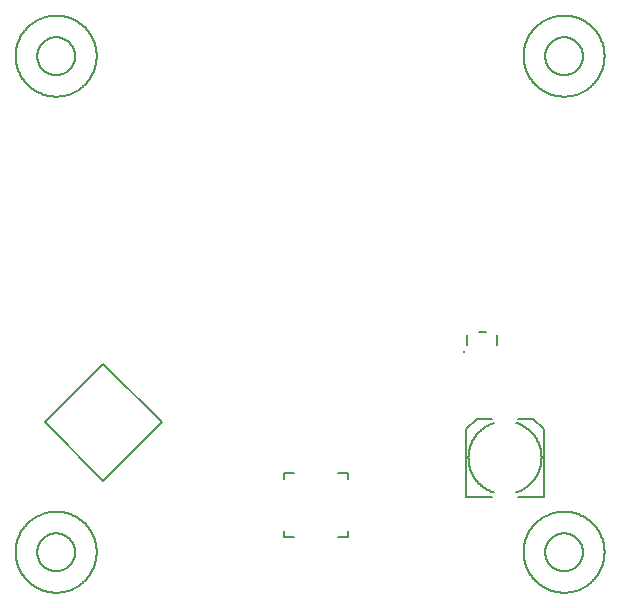
<source format=gbr>
G04 EAGLE Gerber RS-274X export*
G75*
%MOMM*%
%FSLAX34Y34*%
%LPD*%
%INSilkscreen Top*%
%IPPOS*%
%AMOC8*
5,1,8,0,0,1.08239X$1,22.5*%
G01*
%ADD10C,0.152400*%
%ADD11C,0.127000*%
%ADD12C,0.203200*%
%ADD13C,0.254000*%


D10*
X233076Y53076D02*
X233076Y57902D01*
X233076Y106924D02*
X241204Y106924D01*
X286924Y106924D02*
X286924Y102098D01*
X286924Y53076D02*
X278796Y53076D01*
X233076Y102098D02*
X233076Y106924D01*
X233076Y53076D02*
X241204Y53076D01*
X286924Y53076D02*
X286924Y57902D01*
X286924Y106924D02*
X278796Y106924D01*
D11*
X80000Y199497D02*
X30503Y150000D01*
X80000Y199497D02*
X129497Y150000D01*
X80000Y100503D01*
X30503Y150000D01*
D10*
X435710Y40000D02*
X435720Y40842D01*
X435751Y41683D01*
X435803Y42523D01*
X435875Y43361D01*
X435968Y44197D01*
X436081Y45031D01*
X436215Y45862D01*
X436369Y46690D01*
X436543Y47513D01*
X436738Y48332D01*
X436952Y49146D01*
X437187Y49954D01*
X437441Y50756D01*
X437714Y51552D01*
X438008Y52341D01*
X438320Y53122D01*
X438652Y53896D01*
X439002Y54661D01*
X439371Y55417D01*
X439759Y56164D01*
X440165Y56901D01*
X440588Y57629D01*
X441030Y58345D01*
X441489Y59051D01*
X441965Y59744D01*
X442458Y60427D01*
X442968Y61096D01*
X443493Y61753D01*
X444035Y62397D01*
X444593Y63028D01*
X445166Y63644D01*
X445753Y64247D01*
X446356Y64834D01*
X446972Y65407D01*
X447603Y65965D01*
X448247Y66507D01*
X448904Y67032D01*
X449573Y67542D01*
X450256Y68035D01*
X450949Y68511D01*
X451655Y68970D01*
X452371Y69412D01*
X453099Y69835D01*
X453836Y70241D01*
X454583Y70629D01*
X455339Y70998D01*
X456104Y71348D01*
X456878Y71680D01*
X457659Y71992D01*
X458448Y72286D01*
X459244Y72559D01*
X460046Y72813D01*
X460854Y73048D01*
X461668Y73262D01*
X462487Y73457D01*
X463310Y73631D01*
X464138Y73785D01*
X464969Y73919D01*
X465803Y74032D01*
X466639Y74125D01*
X467477Y74197D01*
X468317Y74249D01*
X469158Y74280D01*
X470000Y74290D01*
X470842Y74280D01*
X471683Y74249D01*
X472523Y74197D01*
X473361Y74125D01*
X474197Y74032D01*
X475031Y73919D01*
X475862Y73785D01*
X476690Y73631D01*
X477513Y73457D01*
X478332Y73262D01*
X479146Y73048D01*
X479954Y72813D01*
X480756Y72559D01*
X481552Y72286D01*
X482341Y71992D01*
X483122Y71680D01*
X483896Y71348D01*
X484661Y70998D01*
X485417Y70629D01*
X486164Y70241D01*
X486901Y69835D01*
X487629Y69412D01*
X488345Y68970D01*
X489051Y68511D01*
X489744Y68035D01*
X490427Y67542D01*
X491096Y67032D01*
X491753Y66507D01*
X492397Y65965D01*
X493028Y65407D01*
X493644Y64834D01*
X494247Y64247D01*
X494834Y63644D01*
X495407Y63028D01*
X495965Y62397D01*
X496507Y61753D01*
X497032Y61096D01*
X497542Y60427D01*
X498035Y59744D01*
X498511Y59051D01*
X498970Y58345D01*
X499412Y57629D01*
X499835Y56901D01*
X500241Y56164D01*
X500629Y55417D01*
X500998Y54661D01*
X501348Y53896D01*
X501680Y53122D01*
X501992Y52341D01*
X502286Y51552D01*
X502559Y50756D01*
X502813Y49954D01*
X503048Y49146D01*
X503262Y48332D01*
X503457Y47513D01*
X503631Y46690D01*
X503785Y45862D01*
X503919Y45031D01*
X504032Y44197D01*
X504125Y43361D01*
X504197Y42523D01*
X504249Y41683D01*
X504280Y40842D01*
X504290Y40000D01*
X504280Y39158D01*
X504249Y38317D01*
X504197Y37477D01*
X504125Y36639D01*
X504032Y35803D01*
X503919Y34969D01*
X503785Y34138D01*
X503631Y33310D01*
X503457Y32487D01*
X503262Y31668D01*
X503048Y30854D01*
X502813Y30046D01*
X502559Y29244D01*
X502286Y28448D01*
X501992Y27659D01*
X501680Y26878D01*
X501348Y26104D01*
X500998Y25339D01*
X500629Y24583D01*
X500241Y23836D01*
X499835Y23099D01*
X499412Y22371D01*
X498970Y21655D01*
X498511Y20949D01*
X498035Y20256D01*
X497542Y19573D01*
X497032Y18904D01*
X496507Y18247D01*
X495965Y17603D01*
X495407Y16972D01*
X494834Y16356D01*
X494247Y15753D01*
X493644Y15166D01*
X493028Y14593D01*
X492397Y14035D01*
X491753Y13493D01*
X491096Y12968D01*
X490427Y12458D01*
X489744Y11965D01*
X489051Y11489D01*
X488345Y11030D01*
X487629Y10588D01*
X486901Y10165D01*
X486164Y9759D01*
X485417Y9371D01*
X484661Y9002D01*
X483896Y8652D01*
X483122Y8320D01*
X482341Y8008D01*
X481552Y7714D01*
X480756Y7441D01*
X479954Y7187D01*
X479146Y6952D01*
X478332Y6738D01*
X477513Y6543D01*
X476690Y6369D01*
X475862Y6215D01*
X475031Y6081D01*
X474197Y5968D01*
X473361Y5875D01*
X472523Y5803D01*
X471683Y5751D01*
X470842Y5720D01*
X470000Y5710D01*
X469158Y5720D01*
X468317Y5751D01*
X467477Y5803D01*
X466639Y5875D01*
X465803Y5968D01*
X464969Y6081D01*
X464138Y6215D01*
X463310Y6369D01*
X462487Y6543D01*
X461668Y6738D01*
X460854Y6952D01*
X460046Y7187D01*
X459244Y7441D01*
X458448Y7714D01*
X457659Y8008D01*
X456878Y8320D01*
X456104Y8652D01*
X455339Y9002D01*
X454583Y9371D01*
X453836Y9759D01*
X453099Y10165D01*
X452371Y10588D01*
X451655Y11030D01*
X450949Y11489D01*
X450256Y11965D01*
X449573Y12458D01*
X448904Y12968D01*
X448247Y13493D01*
X447603Y14035D01*
X446972Y14593D01*
X446356Y15166D01*
X445753Y15753D01*
X445166Y16356D01*
X444593Y16972D01*
X444035Y17603D01*
X443493Y18247D01*
X442968Y18904D01*
X442458Y19573D01*
X441965Y20256D01*
X441489Y20949D01*
X441030Y21655D01*
X440588Y22371D01*
X440165Y23099D01*
X439759Y23836D01*
X439371Y24583D01*
X439002Y25339D01*
X438652Y26104D01*
X438320Y26878D01*
X438008Y27659D01*
X437714Y28448D01*
X437441Y29244D01*
X437187Y30046D01*
X436952Y30854D01*
X436738Y31668D01*
X436543Y32487D01*
X436369Y33310D01*
X436215Y34138D01*
X436081Y34969D01*
X435968Y35803D01*
X435875Y36639D01*
X435803Y37477D01*
X435751Y38317D01*
X435720Y39158D01*
X435710Y40000D01*
D12*
X454000Y40000D02*
X454005Y40393D01*
X454019Y40785D01*
X454043Y41177D01*
X454077Y41568D01*
X454120Y41959D01*
X454173Y42348D01*
X454236Y42735D01*
X454307Y43121D01*
X454389Y43506D01*
X454479Y43888D01*
X454580Y44267D01*
X454689Y44645D01*
X454808Y45019D01*
X454935Y45390D01*
X455072Y45758D01*
X455218Y46123D01*
X455373Y46484D01*
X455536Y46841D01*
X455708Y47194D01*
X455889Y47542D01*
X456079Y47886D01*
X456276Y48226D01*
X456482Y48560D01*
X456696Y48889D01*
X456919Y49213D01*
X457149Y49531D01*
X457386Y49844D01*
X457632Y50150D01*
X457885Y50451D01*
X458145Y50745D01*
X458412Y51033D01*
X458686Y51314D01*
X458967Y51588D01*
X459255Y51855D01*
X459549Y52115D01*
X459850Y52368D01*
X460156Y52614D01*
X460469Y52851D01*
X460787Y53081D01*
X461111Y53304D01*
X461440Y53518D01*
X461774Y53724D01*
X462114Y53921D01*
X462458Y54111D01*
X462806Y54292D01*
X463159Y54464D01*
X463516Y54627D01*
X463877Y54782D01*
X464242Y54928D01*
X464610Y55065D01*
X464981Y55192D01*
X465355Y55311D01*
X465733Y55420D01*
X466112Y55521D01*
X466494Y55611D01*
X466879Y55693D01*
X467265Y55764D01*
X467652Y55827D01*
X468041Y55880D01*
X468432Y55923D01*
X468823Y55957D01*
X469215Y55981D01*
X469607Y55995D01*
X470000Y56000D01*
X470393Y55995D01*
X470785Y55981D01*
X471177Y55957D01*
X471568Y55923D01*
X471959Y55880D01*
X472348Y55827D01*
X472735Y55764D01*
X473121Y55693D01*
X473506Y55611D01*
X473888Y55521D01*
X474267Y55420D01*
X474645Y55311D01*
X475019Y55192D01*
X475390Y55065D01*
X475758Y54928D01*
X476123Y54782D01*
X476484Y54627D01*
X476841Y54464D01*
X477194Y54292D01*
X477542Y54111D01*
X477886Y53921D01*
X478226Y53724D01*
X478560Y53518D01*
X478889Y53304D01*
X479213Y53081D01*
X479531Y52851D01*
X479844Y52614D01*
X480150Y52368D01*
X480451Y52115D01*
X480745Y51855D01*
X481033Y51588D01*
X481314Y51314D01*
X481588Y51033D01*
X481855Y50745D01*
X482115Y50451D01*
X482368Y50150D01*
X482614Y49844D01*
X482851Y49531D01*
X483081Y49213D01*
X483304Y48889D01*
X483518Y48560D01*
X483724Y48226D01*
X483921Y47886D01*
X484111Y47542D01*
X484292Y47194D01*
X484464Y46841D01*
X484627Y46484D01*
X484782Y46123D01*
X484928Y45758D01*
X485065Y45390D01*
X485192Y45019D01*
X485311Y44645D01*
X485420Y44267D01*
X485521Y43888D01*
X485611Y43506D01*
X485693Y43121D01*
X485764Y42735D01*
X485827Y42348D01*
X485880Y41959D01*
X485923Y41568D01*
X485957Y41177D01*
X485981Y40785D01*
X485995Y40393D01*
X486000Y40000D01*
X485995Y39607D01*
X485981Y39215D01*
X485957Y38823D01*
X485923Y38432D01*
X485880Y38041D01*
X485827Y37652D01*
X485764Y37265D01*
X485693Y36879D01*
X485611Y36494D01*
X485521Y36112D01*
X485420Y35733D01*
X485311Y35355D01*
X485192Y34981D01*
X485065Y34610D01*
X484928Y34242D01*
X484782Y33877D01*
X484627Y33516D01*
X484464Y33159D01*
X484292Y32806D01*
X484111Y32458D01*
X483921Y32114D01*
X483724Y31774D01*
X483518Y31440D01*
X483304Y31111D01*
X483081Y30787D01*
X482851Y30469D01*
X482614Y30156D01*
X482368Y29850D01*
X482115Y29549D01*
X481855Y29255D01*
X481588Y28967D01*
X481314Y28686D01*
X481033Y28412D01*
X480745Y28145D01*
X480451Y27885D01*
X480150Y27632D01*
X479844Y27386D01*
X479531Y27149D01*
X479213Y26919D01*
X478889Y26696D01*
X478560Y26482D01*
X478226Y26276D01*
X477886Y26079D01*
X477542Y25889D01*
X477194Y25708D01*
X476841Y25536D01*
X476484Y25373D01*
X476123Y25218D01*
X475758Y25072D01*
X475390Y24935D01*
X475019Y24808D01*
X474645Y24689D01*
X474267Y24580D01*
X473888Y24479D01*
X473506Y24389D01*
X473121Y24307D01*
X472735Y24236D01*
X472348Y24173D01*
X471959Y24120D01*
X471568Y24077D01*
X471177Y24043D01*
X470785Y24019D01*
X470393Y24005D01*
X470000Y24000D01*
X469607Y24005D01*
X469215Y24019D01*
X468823Y24043D01*
X468432Y24077D01*
X468041Y24120D01*
X467652Y24173D01*
X467265Y24236D01*
X466879Y24307D01*
X466494Y24389D01*
X466112Y24479D01*
X465733Y24580D01*
X465355Y24689D01*
X464981Y24808D01*
X464610Y24935D01*
X464242Y25072D01*
X463877Y25218D01*
X463516Y25373D01*
X463159Y25536D01*
X462806Y25708D01*
X462458Y25889D01*
X462114Y26079D01*
X461774Y26276D01*
X461440Y26482D01*
X461111Y26696D01*
X460787Y26919D01*
X460469Y27149D01*
X460156Y27386D01*
X459850Y27632D01*
X459549Y27885D01*
X459255Y28145D01*
X458967Y28412D01*
X458686Y28686D01*
X458412Y28967D01*
X458145Y29255D01*
X457885Y29549D01*
X457632Y29850D01*
X457386Y30156D01*
X457149Y30469D01*
X456919Y30787D01*
X456696Y31111D01*
X456482Y31440D01*
X456276Y31774D01*
X456079Y32114D01*
X455889Y32458D01*
X455708Y32806D01*
X455536Y33159D01*
X455373Y33516D01*
X455218Y33877D01*
X455072Y34242D01*
X454935Y34610D01*
X454808Y34981D01*
X454689Y35355D01*
X454580Y35733D01*
X454479Y36112D01*
X454389Y36494D01*
X454307Y36879D01*
X454236Y37265D01*
X454173Y37652D01*
X454120Y38041D01*
X454077Y38432D01*
X454043Y38823D01*
X454019Y39215D01*
X454005Y39607D01*
X454000Y40000D01*
D10*
X435710Y460000D02*
X435720Y460842D01*
X435751Y461683D01*
X435803Y462523D01*
X435875Y463361D01*
X435968Y464197D01*
X436081Y465031D01*
X436215Y465862D01*
X436369Y466690D01*
X436543Y467513D01*
X436738Y468332D01*
X436952Y469146D01*
X437187Y469954D01*
X437441Y470756D01*
X437714Y471552D01*
X438008Y472341D01*
X438320Y473122D01*
X438652Y473896D01*
X439002Y474661D01*
X439371Y475417D01*
X439759Y476164D01*
X440165Y476901D01*
X440588Y477629D01*
X441030Y478345D01*
X441489Y479051D01*
X441965Y479744D01*
X442458Y480427D01*
X442968Y481096D01*
X443493Y481753D01*
X444035Y482397D01*
X444593Y483028D01*
X445166Y483644D01*
X445753Y484247D01*
X446356Y484834D01*
X446972Y485407D01*
X447603Y485965D01*
X448247Y486507D01*
X448904Y487032D01*
X449573Y487542D01*
X450256Y488035D01*
X450949Y488511D01*
X451655Y488970D01*
X452371Y489412D01*
X453099Y489835D01*
X453836Y490241D01*
X454583Y490629D01*
X455339Y490998D01*
X456104Y491348D01*
X456878Y491680D01*
X457659Y491992D01*
X458448Y492286D01*
X459244Y492559D01*
X460046Y492813D01*
X460854Y493048D01*
X461668Y493262D01*
X462487Y493457D01*
X463310Y493631D01*
X464138Y493785D01*
X464969Y493919D01*
X465803Y494032D01*
X466639Y494125D01*
X467477Y494197D01*
X468317Y494249D01*
X469158Y494280D01*
X470000Y494290D01*
X470842Y494280D01*
X471683Y494249D01*
X472523Y494197D01*
X473361Y494125D01*
X474197Y494032D01*
X475031Y493919D01*
X475862Y493785D01*
X476690Y493631D01*
X477513Y493457D01*
X478332Y493262D01*
X479146Y493048D01*
X479954Y492813D01*
X480756Y492559D01*
X481552Y492286D01*
X482341Y491992D01*
X483122Y491680D01*
X483896Y491348D01*
X484661Y490998D01*
X485417Y490629D01*
X486164Y490241D01*
X486901Y489835D01*
X487629Y489412D01*
X488345Y488970D01*
X489051Y488511D01*
X489744Y488035D01*
X490427Y487542D01*
X491096Y487032D01*
X491753Y486507D01*
X492397Y485965D01*
X493028Y485407D01*
X493644Y484834D01*
X494247Y484247D01*
X494834Y483644D01*
X495407Y483028D01*
X495965Y482397D01*
X496507Y481753D01*
X497032Y481096D01*
X497542Y480427D01*
X498035Y479744D01*
X498511Y479051D01*
X498970Y478345D01*
X499412Y477629D01*
X499835Y476901D01*
X500241Y476164D01*
X500629Y475417D01*
X500998Y474661D01*
X501348Y473896D01*
X501680Y473122D01*
X501992Y472341D01*
X502286Y471552D01*
X502559Y470756D01*
X502813Y469954D01*
X503048Y469146D01*
X503262Y468332D01*
X503457Y467513D01*
X503631Y466690D01*
X503785Y465862D01*
X503919Y465031D01*
X504032Y464197D01*
X504125Y463361D01*
X504197Y462523D01*
X504249Y461683D01*
X504280Y460842D01*
X504290Y460000D01*
X504280Y459158D01*
X504249Y458317D01*
X504197Y457477D01*
X504125Y456639D01*
X504032Y455803D01*
X503919Y454969D01*
X503785Y454138D01*
X503631Y453310D01*
X503457Y452487D01*
X503262Y451668D01*
X503048Y450854D01*
X502813Y450046D01*
X502559Y449244D01*
X502286Y448448D01*
X501992Y447659D01*
X501680Y446878D01*
X501348Y446104D01*
X500998Y445339D01*
X500629Y444583D01*
X500241Y443836D01*
X499835Y443099D01*
X499412Y442371D01*
X498970Y441655D01*
X498511Y440949D01*
X498035Y440256D01*
X497542Y439573D01*
X497032Y438904D01*
X496507Y438247D01*
X495965Y437603D01*
X495407Y436972D01*
X494834Y436356D01*
X494247Y435753D01*
X493644Y435166D01*
X493028Y434593D01*
X492397Y434035D01*
X491753Y433493D01*
X491096Y432968D01*
X490427Y432458D01*
X489744Y431965D01*
X489051Y431489D01*
X488345Y431030D01*
X487629Y430588D01*
X486901Y430165D01*
X486164Y429759D01*
X485417Y429371D01*
X484661Y429002D01*
X483896Y428652D01*
X483122Y428320D01*
X482341Y428008D01*
X481552Y427714D01*
X480756Y427441D01*
X479954Y427187D01*
X479146Y426952D01*
X478332Y426738D01*
X477513Y426543D01*
X476690Y426369D01*
X475862Y426215D01*
X475031Y426081D01*
X474197Y425968D01*
X473361Y425875D01*
X472523Y425803D01*
X471683Y425751D01*
X470842Y425720D01*
X470000Y425710D01*
X469158Y425720D01*
X468317Y425751D01*
X467477Y425803D01*
X466639Y425875D01*
X465803Y425968D01*
X464969Y426081D01*
X464138Y426215D01*
X463310Y426369D01*
X462487Y426543D01*
X461668Y426738D01*
X460854Y426952D01*
X460046Y427187D01*
X459244Y427441D01*
X458448Y427714D01*
X457659Y428008D01*
X456878Y428320D01*
X456104Y428652D01*
X455339Y429002D01*
X454583Y429371D01*
X453836Y429759D01*
X453099Y430165D01*
X452371Y430588D01*
X451655Y431030D01*
X450949Y431489D01*
X450256Y431965D01*
X449573Y432458D01*
X448904Y432968D01*
X448247Y433493D01*
X447603Y434035D01*
X446972Y434593D01*
X446356Y435166D01*
X445753Y435753D01*
X445166Y436356D01*
X444593Y436972D01*
X444035Y437603D01*
X443493Y438247D01*
X442968Y438904D01*
X442458Y439573D01*
X441965Y440256D01*
X441489Y440949D01*
X441030Y441655D01*
X440588Y442371D01*
X440165Y443099D01*
X439759Y443836D01*
X439371Y444583D01*
X439002Y445339D01*
X438652Y446104D01*
X438320Y446878D01*
X438008Y447659D01*
X437714Y448448D01*
X437441Y449244D01*
X437187Y450046D01*
X436952Y450854D01*
X436738Y451668D01*
X436543Y452487D01*
X436369Y453310D01*
X436215Y454138D01*
X436081Y454969D01*
X435968Y455803D01*
X435875Y456639D01*
X435803Y457477D01*
X435751Y458317D01*
X435720Y459158D01*
X435710Y460000D01*
D12*
X454000Y460000D02*
X454005Y460393D01*
X454019Y460785D01*
X454043Y461177D01*
X454077Y461568D01*
X454120Y461959D01*
X454173Y462348D01*
X454236Y462735D01*
X454307Y463121D01*
X454389Y463506D01*
X454479Y463888D01*
X454580Y464267D01*
X454689Y464645D01*
X454808Y465019D01*
X454935Y465390D01*
X455072Y465758D01*
X455218Y466123D01*
X455373Y466484D01*
X455536Y466841D01*
X455708Y467194D01*
X455889Y467542D01*
X456079Y467886D01*
X456276Y468226D01*
X456482Y468560D01*
X456696Y468889D01*
X456919Y469213D01*
X457149Y469531D01*
X457386Y469844D01*
X457632Y470150D01*
X457885Y470451D01*
X458145Y470745D01*
X458412Y471033D01*
X458686Y471314D01*
X458967Y471588D01*
X459255Y471855D01*
X459549Y472115D01*
X459850Y472368D01*
X460156Y472614D01*
X460469Y472851D01*
X460787Y473081D01*
X461111Y473304D01*
X461440Y473518D01*
X461774Y473724D01*
X462114Y473921D01*
X462458Y474111D01*
X462806Y474292D01*
X463159Y474464D01*
X463516Y474627D01*
X463877Y474782D01*
X464242Y474928D01*
X464610Y475065D01*
X464981Y475192D01*
X465355Y475311D01*
X465733Y475420D01*
X466112Y475521D01*
X466494Y475611D01*
X466879Y475693D01*
X467265Y475764D01*
X467652Y475827D01*
X468041Y475880D01*
X468432Y475923D01*
X468823Y475957D01*
X469215Y475981D01*
X469607Y475995D01*
X470000Y476000D01*
X470393Y475995D01*
X470785Y475981D01*
X471177Y475957D01*
X471568Y475923D01*
X471959Y475880D01*
X472348Y475827D01*
X472735Y475764D01*
X473121Y475693D01*
X473506Y475611D01*
X473888Y475521D01*
X474267Y475420D01*
X474645Y475311D01*
X475019Y475192D01*
X475390Y475065D01*
X475758Y474928D01*
X476123Y474782D01*
X476484Y474627D01*
X476841Y474464D01*
X477194Y474292D01*
X477542Y474111D01*
X477886Y473921D01*
X478226Y473724D01*
X478560Y473518D01*
X478889Y473304D01*
X479213Y473081D01*
X479531Y472851D01*
X479844Y472614D01*
X480150Y472368D01*
X480451Y472115D01*
X480745Y471855D01*
X481033Y471588D01*
X481314Y471314D01*
X481588Y471033D01*
X481855Y470745D01*
X482115Y470451D01*
X482368Y470150D01*
X482614Y469844D01*
X482851Y469531D01*
X483081Y469213D01*
X483304Y468889D01*
X483518Y468560D01*
X483724Y468226D01*
X483921Y467886D01*
X484111Y467542D01*
X484292Y467194D01*
X484464Y466841D01*
X484627Y466484D01*
X484782Y466123D01*
X484928Y465758D01*
X485065Y465390D01*
X485192Y465019D01*
X485311Y464645D01*
X485420Y464267D01*
X485521Y463888D01*
X485611Y463506D01*
X485693Y463121D01*
X485764Y462735D01*
X485827Y462348D01*
X485880Y461959D01*
X485923Y461568D01*
X485957Y461177D01*
X485981Y460785D01*
X485995Y460393D01*
X486000Y460000D01*
X485995Y459607D01*
X485981Y459215D01*
X485957Y458823D01*
X485923Y458432D01*
X485880Y458041D01*
X485827Y457652D01*
X485764Y457265D01*
X485693Y456879D01*
X485611Y456494D01*
X485521Y456112D01*
X485420Y455733D01*
X485311Y455355D01*
X485192Y454981D01*
X485065Y454610D01*
X484928Y454242D01*
X484782Y453877D01*
X484627Y453516D01*
X484464Y453159D01*
X484292Y452806D01*
X484111Y452458D01*
X483921Y452114D01*
X483724Y451774D01*
X483518Y451440D01*
X483304Y451111D01*
X483081Y450787D01*
X482851Y450469D01*
X482614Y450156D01*
X482368Y449850D01*
X482115Y449549D01*
X481855Y449255D01*
X481588Y448967D01*
X481314Y448686D01*
X481033Y448412D01*
X480745Y448145D01*
X480451Y447885D01*
X480150Y447632D01*
X479844Y447386D01*
X479531Y447149D01*
X479213Y446919D01*
X478889Y446696D01*
X478560Y446482D01*
X478226Y446276D01*
X477886Y446079D01*
X477542Y445889D01*
X477194Y445708D01*
X476841Y445536D01*
X476484Y445373D01*
X476123Y445218D01*
X475758Y445072D01*
X475390Y444935D01*
X475019Y444808D01*
X474645Y444689D01*
X474267Y444580D01*
X473888Y444479D01*
X473506Y444389D01*
X473121Y444307D01*
X472735Y444236D01*
X472348Y444173D01*
X471959Y444120D01*
X471568Y444077D01*
X471177Y444043D01*
X470785Y444019D01*
X470393Y444005D01*
X470000Y444000D01*
X469607Y444005D01*
X469215Y444019D01*
X468823Y444043D01*
X468432Y444077D01*
X468041Y444120D01*
X467652Y444173D01*
X467265Y444236D01*
X466879Y444307D01*
X466494Y444389D01*
X466112Y444479D01*
X465733Y444580D01*
X465355Y444689D01*
X464981Y444808D01*
X464610Y444935D01*
X464242Y445072D01*
X463877Y445218D01*
X463516Y445373D01*
X463159Y445536D01*
X462806Y445708D01*
X462458Y445889D01*
X462114Y446079D01*
X461774Y446276D01*
X461440Y446482D01*
X461111Y446696D01*
X460787Y446919D01*
X460469Y447149D01*
X460156Y447386D01*
X459850Y447632D01*
X459549Y447885D01*
X459255Y448145D01*
X458967Y448412D01*
X458686Y448686D01*
X458412Y448967D01*
X458145Y449255D01*
X457885Y449549D01*
X457632Y449850D01*
X457386Y450156D01*
X457149Y450469D01*
X456919Y450787D01*
X456696Y451111D01*
X456482Y451440D01*
X456276Y451774D01*
X456079Y452114D01*
X455889Y452458D01*
X455708Y452806D01*
X455536Y453159D01*
X455373Y453516D01*
X455218Y453877D01*
X455072Y454242D01*
X454935Y454610D01*
X454808Y454981D01*
X454689Y455355D01*
X454580Y455733D01*
X454479Y456112D01*
X454389Y456494D01*
X454307Y456879D01*
X454236Y457265D01*
X454173Y457652D01*
X454120Y458041D01*
X454077Y458432D01*
X454043Y458823D01*
X454019Y459215D01*
X454005Y459607D01*
X454000Y460000D01*
D10*
X5710Y40000D02*
X5720Y40842D01*
X5751Y41683D01*
X5803Y42523D01*
X5875Y43361D01*
X5968Y44197D01*
X6081Y45031D01*
X6215Y45862D01*
X6369Y46690D01*
X6543Y47513D01*
X6738Y48332D01*
X6952Y49146D01*
X7187Y49954D01*
X7441Y50756D01*
X7714Y51552D01*
X8008Y52341D01*
X8320Y53122D01*
X8652Y53896D01*
X9002Y54661D01*
X9371Y55417D01*
X9759Y56164D01*
X10165Y56901D01*
X10588Y57629D01*
X11030Y58345D01*
X11489Y59051D01*
X11965Y59744D01*
X12458Y60427D01*
X12968Y61096D01*
X13493Y61753D01*
X14035Y62397D01*
X14593Y63028D01*
X15166Y63644D01*
X15753Y64247D01*
X16356Y64834D01*
X16972Y65407D01*
X17603Y65965D01*
X18247Y66507D01*
X18904Y67032D01*
X19573Y67542D01*
X20256Y68035D01*
X20949Y68511D01*
X21655Y68970D01*
X22371Y69412D01*
X23099Y69835D01*
X23836Y70241D01*
X24583Y70629D01*
X25339Y70998D01*
X26104Y71348D01*
X26878Y71680D01*
X27659Y71992D01*
X28448Y72286D01*
X29244Y72559D01*
X30046Y72813D01*
X30854Y73048D01*
X31668Y73262D01*
X32487Y73457D01*
X33310Y73631D01*
X34138Y73785D01*
X34969Y73919D01*
X35803Y74032D01*
X36639Y74125D01*
X37477Y74197D01*
X38317Y74249D01*
X39158Y74280D01*
X40000Y74290D01*
X40842Y74280D01*
X41683Y74249D01*
X42523Y74197D01*
X43361Y74125D01*
X44197Y74032D01*
X45031Y73919D01*
X45862Y73785D01*
X46690Y73631D01*
X47513Y73457D01*
X48332Y73262D01*
X49146Y73048D01*
X49954Y72813D01*
X50756Y72559D01*
X51552Y72286D01*
X52341Y71992D01*
X53122Y71680D01*
X53896Y71348D01*
X54661Y70998D01*
X55417Y70629D01*
X56164Y70241D01*
X56901Y69835D01*
X57629Y69412D01*
X58345Y68970D01*
X59051Y68511D01*
X59744Y68035D01*
X60427Y67542D01*
X61096Y67032D01*
X61753Y66507D01*
X62397Y65965D01*
X63028Y65407D01*
X63644Y64834D01*
X64247Y64247D01*
X64834Y63644D01*
X65407Y63028D01*
X65965Y62397D01*
X66507Y61753D01*
X67032Y61096D01*
X67542Y60427D01*
X68035Y59744D01*
X68511Y59051D01*
X68970Y58345D01*
X69412Y57629D01*
X69835Y56901D01*
X70241Y56164D01*
X70629Y55417D01*
X70998Y54661D01*
X71348Y53896D01*
X71680Y53122D01*
X71992Y52341D01*
X72286Y51552D01*
X72559Y50756D01*
X72813Y49954D01*
X73048Y49146D01*
X73262Y48332D01*
X73457Y47513D01*
X73631Y46690D01*
X73785Y45862D01*
X73919Y45031D01*
X74032Y44197D01*
X74125Y43361D01*
X74197Y42523D01*
X74249Y41683D01*
X74280Y40842D01*
X74290Y40000D01*
X74280Y39158D01*
X74249Y38317D01*
X74197Y37477D01*
X74125Y36639D01*
X74032Y35803D01*
X73919Y34969D01*
X73785Y34138D01*
X73631Y33310D01*
X73457Y32487D01*
X73262Y31668D01*
X73048Y30854D01*
X72813Y30046D01*
X72559Y29244D01*
X72286Y28448D01*
X71992Y27659D01*
X71680Y26878D01*
X71348Y26104D01*
X70998Y25339D01*
X70629Y24583D01*
X70241Y23836D01*
X69835Y23099D01*
X69412Y22371D01*
X68970Y21655D01*
X68511Y20949D01*
X68035Y20256D01*
X67542Y19573D01*
X67032Y18904D01*
X66507Y18247D01*
X65965Y17603D01*
X65407Y16972D01*
X64834Y16356D01*
X64247Y15753D01*
X63644Y15166D01*
X63028Y14593D01*
X62397Y14035D01*
X61753Y13493D01*
X61096Y12968D01*
X60427Y12458D01*
X59744Y11965D01*
X59051Y11489D01*
X58345Y11030D01*
X57629Y10588D01*
X56901Y10165D01*
X56164Y9759D01*
X55417Y9371D01*
X54661Y9002D01*
X53896Y8652D01*
X53122Y8320D01*
X52341Y8008D01*
X51552Y7714D01*
X50756Y7441D01*
X49954Y7187D01*
X49146Y6952D01*
X48332Y6738D01*
X47513Y6543D01*
X46690Y6369D01*
X45862Y6215D01*
X45031Y6081D01*
X44197Y5968D01*
X43361Y5875D01*
X42523Y5803D01*
X41683Y5751D01*
X40842Y5720D01*
X40000Y5710D01*
X39158Y5720D01*
X38317Y5751D01*
X37477Y5803D01*
X36639Y5875D01*
X35803Y5968D01*
X34969Y6081D01*
X34138Y6215D01*
X33310Y6369D01*
X32487Y6543D01*
X31668Y6738D01*
X30854Y6952D01*
X30046Y7187D01*
X29244Y7441D01*
X28448Y7714D01*
X27659Y8008D01*
X26878Y8320D01*
X26104Y8652D01*
X25339Y9002D01*
X24583Y9371D01*
X23836Y9759D01*
X23099Y10165D01*
X22371Y10588D01*
X21655Y11030D01*
X20949Y11489D01*
X20256Y11965D01*
X19573Y12458D01*
X18904Y12968D01*
X18247Y13493D01*
X17603Y14035D01*
X16972Y14593D01*
X16356Y15166D01*
X15753Y15753D01*
X15166Y16356D01*
X14593Y16972D01*
X14035Y17603D01*
X13493Y18247D01*
X12968Y18904D01*
X12458Y19573D01*
X11965Y20256D01*
X11489Y20949D01*
X11030Y21655D01*
X10588Y22371D01*
X10165Y23099D01*
X9759Y23836D01*
X9371Y24583D01*
X9002Y25339D01*
X8652Y26104D01*
X8320Y26878D01*
X8008Y27659D01*
X7714Y28448D01*
X7441Y29244D01*
X7187Y30046D01*
X6952Y30854D01*
X6738Y31668D01*
X6543Y32487D01*
X6369Y33310D01*
X6215Y34138D01*
X6081Y34969D01*
X5968Y35803D01*
X5875Y36639D01*
X5803Y37477D01*
X5751Y38317D01*
X5720Y39158D01*
X5710Y40000D01*
D12*
X24000Y40000D02*
X24005Y40393D01*
X24019Y40785D01*
X24043Y41177D01*
X24077Y41568D01*
X24120Y41959D01*
X24173Y42348D01*
X24236Y42735D01*
X24307Y43121D01*
X24389Y43506D01*
X24479Y43888D01*
X24580Y44267D01*
X24689Y44645D01*
X24808Y45019D01*
X24935Y45390D01*
X25072Y45758D01*
X25218Y46123D01*
X25373Y46484D01*
X25536Y46841D01*
X25708Y47194D01*
X25889Y47542D01*
X26079Y47886D01*
X26276Y48226D01*
X26482Y48560D01*
X26696Y48889D01*
X26919Y49213D01*
X27149Y49531D01*
X27386Y49844D01*
X27632Y50150D01*
X27885Y50451D01*
X28145Y50745D01*
X28412Y51033D01*
X28686Y51314D01*
X28967Y51588D01*
X29255Y51855D01*
X29549Y52115D01*
X29850Y52368D01*
X30156Y52614D01*
X30469Y52851D01*
X30787Y53081D01*
X31111Y53304D01*
X31440Y53518D01*
X31774Y53724D01*
X32114Y53921D01*
X32458Y54111D01*
X32806Y54292D01*
X33159Y54464D01*
X33516Y54627D01*
X33877Y54782D01*
X34242Y54928D01*
X34610Y55065D01*
X34981Y55192D01*
X35355Y55311D01*
X35733Y55420D01*
X36112Y55521D01*
X36494Y55611D01*
X36879Y55693D01*
X37265Y55764D01*
X37652Y55827D01*
X38041Y55880D01*
X38432Y55923D01*
X38823Y55957D01*
X39215Y55981D01*
X39607Y55995D01*
X40000Y56000D01*
X40393Y55995D01*
X40785Y55981D01*
X41177Y55957D01*
X41568Y55923D01*
X41959Y55880D01*
X42348Y55827D01*
X42735Y55764D01*
X43121Y55693D01*
X43506Y55611D01*
X43888Y55521D01*
X44267Y55420D01*
X44645Y55311D01*
X45019Y55192D01*
X45390Y55065D01*
X45758Y54928D01*
X46123Y54782D01*
X46484Y54627D01*
X46841Y54464D01*
X47194Y54292D01*
X47542Y54111D01*
X47886Y53921D01*
X48226Y53724D01*
X48560Y53518D01*
X48889Y53304D01*
X49213Y53081D01*
X49531Y52851D01*
X49844Y52614D01*
X50150Y52368D01*
X50451Y52115D01*
X50745Y51855D01*
X51033Y51588D01*
X51314Y51314D01*
X51588Y51033D01*
X51855Y50745D01*
X52115Y50451D01*
X52368Y50150D01*
X52614Y49844D01*
X52851Y49531D01*
X53081Y49213D01*
X53304Y48889D01*
X53518Y48560D01*
X53724Y48226D01*
X53921Y47886D01*
X54111Y47542D01*
X54292Y47194D01*
X54464Y46841D01*
X54627Y46484D01*
X54782Y46123D01*
X54928Y45758D01*
X55065Y45390D01*
X55192Y45019D01*
X55311Y44645D01*
X55420Y44267D01*
X55521Y43888D01*
X55611Y43506D01*
X55693Y43121D01*
X55764Y42735D01*
X55827Y42348D01*
X55880Y41959D01*
X55923Y41568D01*
X55957Y41177D01*
X55981Y40785D01*
X55995Y40393D01*
X56000Y40000D01*
X55995Y39607D01*
X55981Y39215D01*
X55957Y38823D01*
X55923Y38432D01*
X55880Y38041D01*
X55827Y37652D01*
X55764Y37265D01*
X55693Y36879D01*
X55611Y36494D01*
X55521Y36112D01*
X55420Y35733D01*
X55311Y35355D01*
X55192Y34981D01*
X55065Y34610D01*
X54928Y34242D01*
X54782Y33877D01*
X54627Y33516D01*
X54464Y33159D01*
X54292Y32806D01*
X54111Y32458D01*
X53921Y32114D01*
X53724Y31774D01*
X53518Y31440D01*
X53304Y31111D01*
X53081Y30787D01*
X52851Y30469D01*
X52614Y30156D01*
X52368Y29850D01*
X52115Y29549D01*
X51855Y29255D01*
X51588Y28967D01*
X51314Y28686D01*
X51033Y28412D01*
X50745Y28145D01*
X50451Y27885D01*
X50150Y27632D01*
X49844Y27386D01*
X49531Y27149D01*
X49213Y26919D01*
X48889Y26696D01*
X48560Y26482D01*
X48226Y26276D01*
X47886Y26079D01*
X47542Y25889D01*
X47194Y25708D01*
X46841Y25536D01*
X46484Y25373D01*
X46123Y25218D01*
X45758Y25072D01*
X45390Y24935D01*
X45019Y24808D01*
X44645Y24689D01*
X44267Y24580D01*
X43888Y24479D01*
X43506Y24389D01*
X43121Y24307D01*
X42735Y24236D01*
X42348Y24173D01*
X41959Y24120D01*
X41568Y24077D01*
X41177Y24043D01*
X40785Y24019D01*
X40393Y24005D01*
X40000Y24000D01*
X39607Y24005D01*
X39215Y24019D01*
X38823Y24043D01*
X38432Y24077D01*
X38041Y24120D01*
X37652Y24173D01*
X37265Y24236D01*
X36879Y24307D01*
X36494Y24389D01*
X36112Y24479D01*
X35733Y24580D01*
X35355Y24689D01*
X34981Y24808D01*
X34610Y24935D01*
X34242Y25072D01*
X33877Y25218D01*
X33516Y25373D01*
X33159Y25536D01*
X32806Y25708D01*
X32458Y25889D01*
X32114Y26079D01*
X31774Y26276D01*
X31440Y26482D01*
X31111Y26696D01*
X30787Y26919D01*
X30469Y27149D01*
X30156Y27386D01*
X29850Y27632D01*
X29549Y27885D01*
X29255Y28145D01*
X28967Y28412D01*
X28686Y28686D01*
X28412Y28967D01*
X28145Y29255D01*
X27885Y29549D01*
X27632Y29850D01*
X27386Y30156D01*
X27149Y30469D01*
X26919Y30787D01*
X26696Y31111D01*
X26482Y31440D01*
X26276Y31774D01*
X26079Y32114D01*
X25889Y32458D01*
X25708Y32806D01*
X25536Y33159D01*
X25373Y33516D01*
X25218Y33877D01*
X25072Y34242D01*
X24935Y34610D01*
X24808Y34981D01*
X24689Y35355D01*
X24580Y35733D01*
X24479Y36112D01*
X24389Y36494D01*
X24307Y36879D01*
X24236Y37265D01*
X24173Y37652D01*
X24120Y38041D01*
X24077Y38432D01*
X24043Y38823D01*
X24019Y39215D01*
X24005Y39607D01*
X24000Y40000D01*
D10*
X5710Y460000D02*
X5720Y460842D01*
X5751Y461683D01*
X5803Y462523D01*
X5875Y463361D01*
X5968Y464197D01*
X6081Y465031D01*
X6215Y465862D01*
X6369Y466690D01*
X6543Y467513D01*
X6738Y468332D01*
X6952Y469146D01*
X7187Y469954D01*
X7441Y470756D01*
X7714Y471552D01*
X8008Y472341D01*
X8320Y473122D01*
X8652Y473896D01*
X9002Y474661D01*
X9371Y475417D01*
X9759Y476164D01*
X10165Y476901D01*
X10588Y477629D01*
X11030Y478345D01*
X11489Y479051D01*
X11965Y479744D01*
X12458Y480427D01*
X12968Y481096D01*
X13493Y481753D01*
X14035Y482397D01*
X14593Y483028D01*
X15166Y483644D01*
X15753Y484247D01*
X16356Y484834D01*
X16972Y485407D01*
X17603Y485965D01*
X18247Y486507D01*
X18904Y487032D01*
X19573Y487542D01*
X20256Y488035D01*
X20949Y488511D01*
X21655Y488970D01*
X22371Y489412D01*
X23099Y489835D01*
X23836Y490241D01*
X24583Y490629D01*
X25339Y490998D01*
X26104Y491348D01*
X26878Y491680D01*
X27659Y491992D01*
X28448Y492286D01*
X29244Y492559D01*
X30046Y492813D01*
X30854Y493048D01*
X31668Y493262D01*
X32487Y493457D01*
X33310Y493631D01*
X34138Y493785D01*
X34969Y493919D01*
X35803Y494032D01*
X36639Y494125D01*
X37477Y494197D01*
X38317Y494249D01*
X39158Y494280D01*
X40000Y494290D01*
X40842Y494280D01*
X41683Y494249D01*
X42523Y494197D01*
X43361Y494125D01*
X44197Y494032D01*
X45031Y493919D01*
X45862Y493785D01*
X46690Y493631D01*
X47513Y493457D01*
X48332Y493262D01*
X49146Y493048D01*
X49954Y492813D01*
X50756Y492559D01*
X51552Y492286D01*
X52341Y491992D01*
X53122Y491680D01*
X53896Y491348D01*
X54661Y490998D01*
X55417Y490629D01*
X56164Y490241D01*
X56901Y489835D01*
X57629Y489412D01*
X58345Y488970D01*
X59051Y488511D01*
X59744Y488035D01*
X60427Y487542D01*
X61096Y487032D01*
X61753Y486507D01*
X62397Y485965D01*
X63028Y485407D01*
X63644Y484834D01*
X64247Y484247D01*
X64834Y483644D01*
X65407Y483028D01*
X65965Y482397D01*
X66507Y481753D01*
X67032Y481096D01*
X67542Y480427D01*
X68035Y479744D01*
X68511Y479051D01*
X68970Y478345D01*
X69412Y477629D01*
X69835Y476901D01*
X70241Y476164D01*
X70629Y475417D01*
X70998Y474661D01*
X71348Y473896D01*
X71680Y473122D01*
X71992Y472341D01*
X72286Y471552D01*
X72559Y470756D01*
X72813Y469954D01*
X73048Y469146D01*
X73262Y468332D01*
X73457Y467513D01*
X73631Y466690D01*
X73785Y465862D01*
X73919Y465031D01*
X74032Y464197D01*
X74125Y463361D01*
X74197Y462523D01*
X74249Y461683D01*
X74280Y460842D01*
X74290Y460000D01*
X74280Y459158D01*
X74249Y458317D01*
X74197Y457477D01*
X74125Y456639D01*
X74032Y455803D01*
X73919Y454969D01*
X73785Y454138D01*
X73631Y453310D01*
X73457Y452487D01*
X73262Y451668D01*
X73048Y450854D01*
X72813Y450046D01*
X72559Y449244D01*
X72286Y448448D01*
X71992Y447659D01*
X71680Y446878D01*
X71348Y446104D01*
X70998Y445339D01*
X70629Y444583D01*
X70241Y443836D01*
X69835Y443099D01*
X69412Y442371D01*
X68970Y441655D01*
X68511Y440949D01*
X68035Y440256D01*
X67542Y439573D01*
X67032Y438904D01*
X66507Y438247D01*
X65965Y437603D01*
X65407Y436972D01*
X64834Y436356D01*
X64247Y435753D01*
X63644Y435166D01*
X63028Y434593D01*
X62397Y434035D01*
X61753Y433493D01*
X61096Y432968D01*
X60427Y432458D01*
X59744Y431965D01*
X59051Y431489D01*
X58345Y431030D01*
X57629Y430588D01*
X56901Y430165D01*
X56164Y429759D01*
X55417Y429371D01*
X54661Y429002D01*
X53896Y428652D01*
X53122Y428320D01*
X52341Y428008D01*
X51552Y427714D01*
X50756Y427441D01*
X49954Y427187D01*
X49146Y426952D01*
X48332Y426738D01*
X47513Y426543D01*
X46690Y426369D01*
X45862Y426215D01*
X45031Y426081D01*
X44197Y425968D01*
X43361Y425875D01*
X42523Y425803D01*
X41683Y425751D01*
X40842Y425720D01*
X40000Y425710D01*
X39158Y425720D01*
X38317Y425751D01*
X37477Y425803D01*
X36639Y425875D01*
X35803Y425968D01*
X34969Y426081D01*
X34138Y426215D01*
X33310Y426369D01*
X32487Y426543D01*
X31668Y426738D01*
X30854Y426952D01*
X30046Y427187D01*
X29244Y427441D01*
X28448Y427714D01*
X27659Y428008D01*
X26878Y428320D01*
X26104Y428652D01*
X25339Y429002D01*
X24583Y429371D01*
X23836Y429759D01*
X23099Y430165D01*
X22371Y430588D01*
X21655Y431030D01*
X20949Y431489D01*
X20256Y431965D01*
X19573Y432458D01*
X18904Y432968D01*
X18247Y433493D01*
X17603Y434035D01*
X16972Y434593D01*
X16356Y435166D01*
X15753Y435753D01*
X15166Y436356D01*
X14593Y436972D01*
X14035Y437603D01*
X13493Y438247D01*
X12968Y438904D01*
X12458Y439573D01*
X11965Y440256D01*
X11489Y440949D01*
X11030Y441655D01*
X10588Y442371D01*
X10165Y443099D01*
X9759Y443836D01*
X9371Y444583D01*
X9002Y445339D01*
X8652Y446104D01*
X8320Y446878D01*
X8008Y447659D01*
X7714Y448448D01*
X7441Y449244D01*
X7187Y450046D01*
X6952Y450854D01*
X6738Y451668D01*
X6543Y452487D01*
X6369Y453310D01*
X6215Y454138D01*
X6081Y454969D01*
X5968Y455803D01*
X5875Y456639D01*
X5803Y457477D01*
X5751Y458317D01*
X5720Y459158D01*
X5710Y460000D01*
D12*
X24000Y460000D02*
X24005Y460393D01*
X24019Y460785D01*
X24043Y461177D01*
X24077Y461568D01*
X24120Y461959D01*
X24173Y462348D01*
X24236Y462735D01*
X24307Y463121D01*
X24389Y463506D01*
X24479Y463888D01*
X24580Y464267D01*
X24689Y464645D01*
X24808Y465019D01*
X24935Y465390D01*
X25072Y465758D01*
X25218Y466123D01*
X25373Y466484D01*
X25536Y466841D01*
X25708Y467194D01*
X25889Y467542D01*
X26079Y467886D01*
X26276Y468226D01*
X26482Y468560D01*
X26696Y468889D01*
X26919Y469213D01*
X27149Y469531D01*
X27386Y469844D01*
X27632Y470150D01*
X27885Y470451D01*
X28145Y470745D01*
X28412Y471033D01*
X28686Y471314D01*
X28967Y471588D01*
X29255Y471855D01*
X29549Y472115D01*
X29850Y472368D01*
X30156Y472614D01*
X30469Y472851D01*
X30787Y473081D01*
X31111Y473304D01*
X31440Y473518D01*
X31774Y473724D01*
X32114Y473921D01*
X32458Y474111D01*
X32806Y474292D01*
X33159Y474464D01*
X33516Y474627D01*
X33877Y474782D01*
X34242Y474928D01*
X34610Y475065D01*
X34981Y475192D01*
X35355Y475311D01*
X35733Y475420D01*
X36112Y475521D01*
X36494Y475611D01*
X36879Y475693D01*
X37265Y475764D01*
X37652Y475827D01*
X38041Y475880D01*
X38432Y475923D01*
X38823Y475957D01*
X39215Y475981D01*
X39607Y475995D01*
X40000Y476000D01*
X40393Y475995D01*
X40785Y475981D01*
X41177Y475957D01*
X41568Y475923D01*
X41959Y475880D01*
X42348Y475827D01*
X42735Y475764D01*
X43121Y475693D01*
X43506Y475611D01*
X43888Y475521D01*
X44267Y475420D01*
X44645Y475311D01*
X45019Y475192D01*
X45390Y475065D01*
X45758Y474928D01*
X46123Y474782D01*
X46484Y474627D01*
X46841Y474464D01*
X47194Y474292D01*
X47542Y474111D01*
X47886Y473921D01*
X48226Y473724D01*
X48560Y473518D01*
X48889Y473304D01*
X49213Y473081D01*
X49531Y472851D01*
X49844Y472614D01*
X50150Y472368D01*
X50451Y472115D01*
X50745Y471855D01*
X51033Y471588D01*
X51314Y471314D01*
X51588Y471033D01*
X51855Y470745D01*
X52115Y470451D01*
X52368Y470150D01*
X52614Y469844D01*
X52851Y469531D01*
X53081Y469213D01*
X53304Y468889D01*
X53518Y468560D01*
X53724Y468226D01*
X53921Y467886D01*
X54111Y467542D01*
X54292Y467194D01*
X54464Y466841D01*
X54627Y466484D01*
X54782Y466123D01*
X54928Y465758D01*
X55065Y465390D01*
X55192Y465019D01*
X55311Y464645D01*
X55420Y464267D01*
X55521Y463888D01*
X55611Y463506D01*
X55693Y463121D01*
X55764Y462735D01*
X55827Y462348D01*
X55880Y461959D01*
X55923Y461568D01*
X55957Y461177D01*
X55981Y460785D01*
X55995Y460393D01*
X56000Y460000D01*
X55995Y459607D01*
X55981Y459215D01*
X55957Y458823D01*
X55923Y458432D01*
X55880Y458041D01*
X55827Y457652D01*
X55764Y457265D01*
X55693Y456879D01*
X55611Y456494D01*
X55521Y456112D01*
X55420Y455733D01*
X55311Y455355D01*
X55192Y454981D01*
X55065Y454610D01*
X54928Y454242D01*
X54782Y453877D01*
X54627Y453516D01*
X54464Y453159D01*
X54292Y452806D01*
X54111Y452458D01*
X53921Y452114D01*
X53724Y451774D01*
X53518Y451440D01*
X53304Y451111D01*
X53081Y450787D01*
X52851Y450469D01*
X52614Y450156D01*
X52368Y449850D01*
X52115Y449549D01*
X51855Y449255D01*
X51588Y448967D01*
X51314Y448686D01*
X51033Y448412D01*
X50745Y448145D01*
X50451Y447885D01*
X50150Y447632D01*
X49844Y447386D01*
X49531Y447149D01*
X49213Y446919D01*
X48889Y446696D01*
X48560Y446482D01*
X48226Y446276D01*
X47886Y446079D01*
X47542Y445889D01*
X47194Y445708D01*
X46841Y445536D01*
X46484Y445373D01*
X46123Y445218D01*
X45758Y445072D01*
X45390Y444935D01*
X45019Y444808D01*
X44645Y444689D01*
X44267Y444580D01*
X43888Y444479D01*
X43506Y444389D01*
X43121Y444307D01*
X42735Y444236D01*
X42348Y444173D01*
X41959Y444120D01*
X41568Y444077D01*
X41177Y444043D01*
X40785Y444019D01*
X40393Y444005D01*
X40000Y444000D01*
X39607Y444005D01*
X39215Y444019D01*
X38823Y444043D01*
X38432Y444077D01*
X38041Y444120D01*
X37652Y444173D01*
X37265Y444236D01*
X36879Y444307D01*
X36494Y444389D01*
X36112Y444479D01*
X35733Y444580D01*
X35355Y444689D01*
X34981Y444808D01*
X34610Y444935D01*
X34242Y445072D01*
X33877Y445218D01*
X33516Y445373D01*
X33159Y445536D01*
X32806Y445708D01*
X32458Y445889D01*
X32114Y446079D01*
X31774Y446276D01*
X31440Y446482D01*
X31111Y446696D01*
X30787Y446919D01*
X30469Y447149D01*
X30156Y447386D01*
X29850Y447632D01*
X29549Y447885D01*
X29255Y448145D01*
X28967Y448412D01*
X28686Y448686D01*
X28412Y448967D01*
X28145Y449255D01*
X27885Y449549D01*
X27632Y449850D01*
X27386Y450156D01*
X27149Y450469D01*
X26919Y450787D01*
X26696Y451111D01*
X26482Y451440D01*
X26276Y451774D01*
X26079Y452114D01*
X25889Y452458D01*
X25708Y452806D01*
X25536Y453159D01*
X25373Y453516D01*
X25218Y453877D01*
X25072Y454242D01*
X24935Y454610D01*
X24808Y454981D01*
X24689Y455355D01*
X24580Y455733D01*
X24479Y456112D01*
X24389Y456494D01*
X24307Y456879D01*
X24236Y457265D01*
X24173Y457652D01*
X24120Y458041D01*
X24077Y458432D01*
X24043Y458823D01*
X24019Y459215D01*
X24005Y459607D01*
X24000Y460000D01*
X453000Y144000D02*
X453000Y87000D01*
X431000Y87000D01*
X409000Y87000D02*
X387000Y87000D01*
X387000Y144000D01*
X396000Y153000D02*
X409000Y153000D01*
X431000Y153000D02*
X444000Y153000D01*
X453000Y144000D01*
X396000Y153000D02*
X387000Y144000D01*
X429500Y149499D02*
X430214Y149259D01*
X430922Y149002D01*
X431623Y148727D01*
X432318Y148435D01*
X433005Y148127D01*
X433684Y147802D01*
X434356Y147460D01*
X435018Y147102D01*
X435672Y146728D01*
X436317Y146339D01*
X436952Y145933D01*
X437577Y145513D01*
X438191Y145077D01*
X438795Y144626D01*
X439387Y144161D01*
X439968Y143682D01*
X440537Y143188D01*
X441094Y142681D01*
X441639Y142160D01*
X442170Y141627D01*
X442689Y141080D01*
X443193Y140521D01*
X443685Y139950D01*
X444162Y139367D01*
X444624Y138773D01*
X445073Y138167D01*
X445506Y137551D01*
X445924Y136925D01*
X446327Y136288D01*
X446714Y135642D01*
X447085Y134987D01*
X447440Y134322D01*
X447779Y133650D01*
X448101Y132969D01*
X448407Y132280D01*
X448696Y131585D01*
X448968Y130882D01*
X449222Y130173D01*
X449460Y129458D01*
X449679Y128738D01*
X449882Y128012D01*
X450066Y127282D01*
X450233Y126547D01*
X450381Y125809D01*
X450512Y125067D01*
X450624Y124322D01*
X450719Y123575D01*
X450795Y122825D01*
X450852Y122074D01*
X450892Y121322D01*
X450913Y120569D01*
X450916Y119816D01*
X450900Y119063D01*
X450866Y118310D01*
X450814Y117559D01*
X450744Y116809D01*
X450655Y116061D01*
X450548Y115315D01*
X450423Y114573D01*
X450280Y113833D01*
X450119Y113097D01*
X449940Y112366D01*
X449743Y111638D01*
X449528Y110916D01*
X449296Y110200D01*
X449047Y109489D01*
X448780Y108784D01*
X448497Y108087D01*
X448196Y107396D01*
X447879Y106713D01*
X447545Y106038D01*
X447195Y105371D01*
X446828Y104713D01*
X446446Y104064D01*
X446048Y103424D01*
X445635Y102794D01*
X445206Y102175D01*
X444762Y101566D01*
X444304Y100968D01*
X443831Y100382D01*
X443344Y99807D01*
X442844Y99245D01*
X442329Y98694D01*
X441802Y98157D01*
X441261Y97632D01*
X440708Y97121D01*
X440143Y96623D01*
X439565Y96139D01*
X438976Y95670D01*
X438376Y95215D01*
X437765Y94774D01*
X437143Y94349D01*
X436511Y93939D01*
X435870Y93545D01*
X435218Y93166D01*
X434558Y92803D01*
X433889Y92457D01*
X433212Y92126D01*
X432528Y91813D01*
X431835Y91516D01*
X431136Y91236D01*
X430430Y90973D01*
X429718Y90728D01*
X429000Y90500D01*
X410500Y90501D02*
X409786Y90741D01*
X409078Y90998D01*
X408377Y91273D01*
X407682Y91565D01*
X406995Y91873D01*
X406316Y92198D01*
X405644Y92540D01*
X404982Y92898D01*
X404328Y93272D01*
X403683Y93661D01*
X403048Y94067D01*
X402423Y94487D01*
X401809Y94923D01*
X401205Y95374D01*
X400613Y95839D01*
X400032Y96318D01*
X399463Y96812D01*
X398906Y97319D01*
X398361Y97840D01*
X397830Y98373D01*
X397311Y98920D01*
X396807Y99479D01*
X396315Y100050D01*
X395838Y100633D01*
X395376Y101227D01*
X394927Y101833D01*
X394494Y102449D01*
X394076Y103075D01*
X393673Y103712D01*
X393286Y104358D01*
X392915Y105013D01*
X392560Y105678D01*
X392221Y106350D01*
X391899Y107031D01*
X391593Y107720D01*
X391304Y108415D01*
X391032Y109118D01*
X390778Y109827D01*
X390540Y110542D01*
X390321Y111262D01*
X390118Y111988D01*
X389934Y112718D01*
X389767Y113453D01*
X389619Y114191D01*
X389488Y114933D01*
X389376Y115678D01*
X389281Y116425D01*
X389205Y117175D01*
X389148Y117926D01*
X389108Y118678D01*
X389087Y119431D01*
X389084Y120184D01*
X389100Y120937D01*
X389134Y121690D01*
X389186Y122441D01*
X389256Y123191D01*
X389345Y123939D01*
X389452Y124685D01*
X389577Y125427D01*
X389720Y126167D01*
X389881Y126903D01*
X390060Y127634D01*
X390257Y128362D01*
X390472Y129084D01*
X390704Y129800D01*
X390953Y130511D01*
X391220Y131216D01*
X391503Y131913D01*
X391804Y132604D01*
X392121Y133287D01*
X392455Y133962D01*
X392805Y134629D01*
X393172Y135287D01*
X393554Y135936D01*
X393952Y136576D01*
X394365Y137206D01*
X394794Y137825D01*
X395238Y138434D01*
X395696Y139032D01*
X396169Y139618D01*
X396656Y140193D01*
X397156Y140755D01*
X397671Y141306D01*
X398198Y141843D01*
X398739Y142368D01*
X399292Y142879D01*
X399857Y143377D01*
X400435Y143861D01*
X401024Y144330D01*
X401624Y144785D01*
X402235Y145226D01*
X402857Y145651D01*
X403489Y146061D01*
X404130Y146455D01*
X404782Y146834D01*
X405442Y147197D01*
X406111Y147543D01*
X406788Y147874D01*
X407472Y148187D01*
X408165Y148484D01*
X408864Y148764D01*
X409570Y149027D01*
X410282Y149272D01*
X411000Y149500D01*
D13*
X384934Y209152D03*
D12*
X413636Y215018D02*
X413636Y223606D01*
X388236Y223606D02*
X388236Y215018D01*
X398252Y226400D02*
X403620Y226400D01*
M02*

</source>
